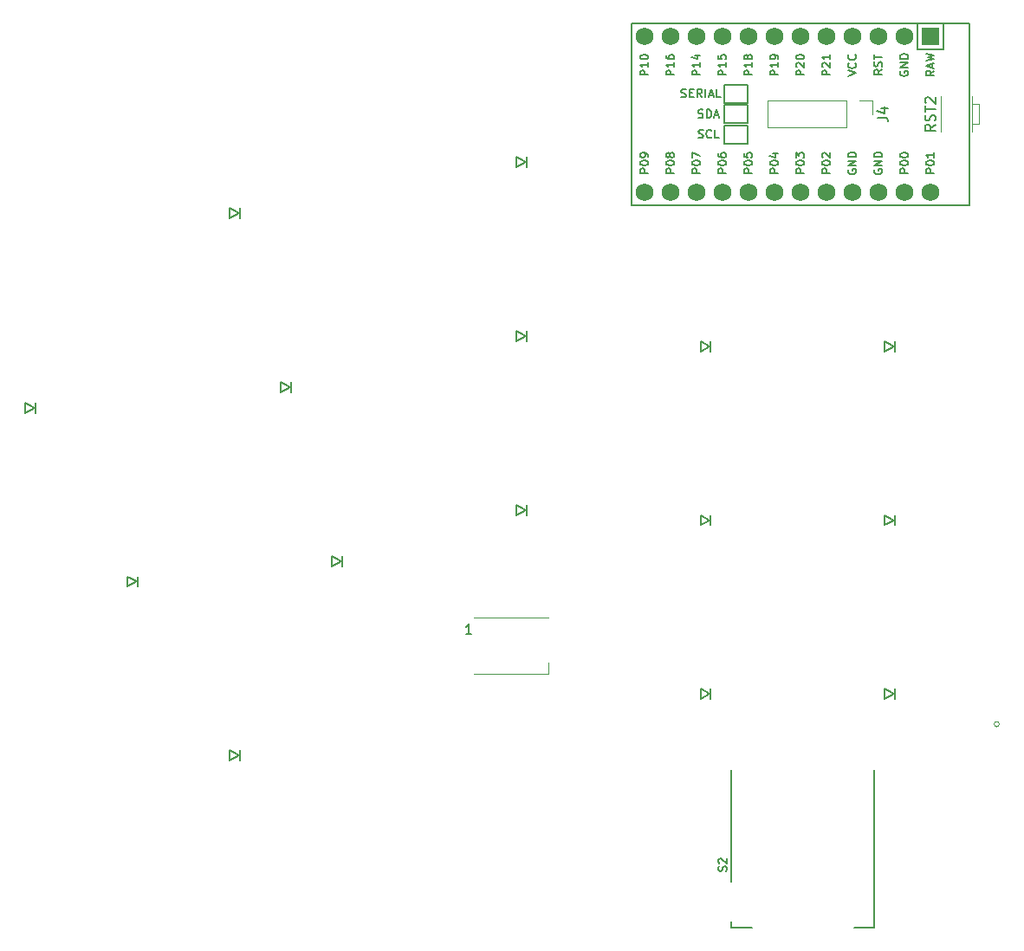
<source format=gbr>
%TF.GenerationSoftware,KiCad,Pcbnew,(6.0.7)*%
%TF.CreationDate,2022-09-08T03:06:03-04:00*%
%TF.ProjectId,left_main_routed,6c656674-5f6d-4616-996e-5f726f757465,v1.0.0*%
%TF.SameCoordinates,Original*%
%TF.FileFunction,Legend,Top*%
%TF.FilePolarity,Positive*%
%FSLAX46Y46*%
G04 Gerber Fmt 4.6, Leading zero omitted, Abs format (unit mm)*
G04 Created by KiCad (PCBNEW (6.0.7)) date 2022-09-08 03:06:03*
%MOMM*%
%LPD*%
G01*
G04 APERTURE LIST*
%ADD10C,0.150000*%
%ADD11C,0.200000*%
%ADD12C,0.120000*%
%ADD13R,1.752600X1.752600*%
%ADD14C,1.752600*%
G04 APERTURE END LIST*
D10*
%TO.C,DS11*%
X-53864285Y1147619D02*
X-54435714Y1147619D01*
X-54150000Y1147619D02*
X-54150000Y2147619D01*
X-54245238Y2004761D01*
X-54340476Y1909523D01*
X-54435714Y1861904D01*
%TO.C,J4*%
X-14217619Y51666666D02*
X-13503333Y51666666D01*
X-13360476Y51619047D01*
X-13265238Y51523809D01*
X-13217619Y51380952D01*
X-13217619Y51285714D01*
X-13884285Y52571428D02*
X-13217619Y52571428D01*
X-14265238Y52333333D02*
X-13550952Y52095238D01*
X-13550952Y52714285D01*
%TO.C,U2*%
X-11970000Y56190476D02*
X-12008095Y56114285D01*
X-12008095Y56000000D01*
X-11970000Y55885714D01*
X-11893809Y55809523D01*
X-11817619Y55771428D01*
X-11665238Y55733333D01*
X-11550952Y55733333D01*
X-11398571Y55771428D01*
X-11322380Y55809523D01*
X-11246190Y55885714D01*
X-11208095Y56000000D01*
X-11208095Y56076190D01*
X-11246190Y56190476D01*
X-11284285Y56228571D01*
X-11550952Y56228571D01*
X-11550952Y56076190D01*
X-11208095Y56571428D02*
X-12008095Y56571428D01*
X-11208095Y57028571D01*
X-12008095Y57028571D01*
X-11208095Y57409523D02*
X-12008095Y57409523D01*
X-12008095Y57600000D01*
X-11970000Y57714285D01*
X-11893809Y57790476D01*
X-11817619Y57828571D01*
X-11665238Y57866666D01*
X-11550952Y57866666D01*
X-11398571Y57828571D01*
X-11322380Y57790476D01*
X-11246190Y57714285D01*
X-11208095Y57600000D01*
X-11208095Y57409523D01*
X-8668095Y56247619D02*
X-9049047Y55980952D01*
X-8668095Y55790476D02*
X-9468095Y55790476D01*
X-9468095Y56095238D01*
X-9430000Y56171428D01*
X-9391904Y56209523D01*
X-9315714Y56247619D01*
X-9201428Y56247619D01*
X-9125238Y56209523D01*
X-9087142Y56171428D01*
X-9049047Y56095238D01*
X-9049047Y55790476D01*
X-8896666Y56552380D02*
X-8896666Y56933333D01*
X-8668095Y56476190D02*
X-9468095Y56742857D01*
X-8668095Y57009523D01*
X-9468095Y57200000D02*
X-8668095Y57390476D01*
X-9239523Y57542857D01*
X-8668095Y57695238D01*
X-9468095Y57885714D01*
X-8668095Y46228571D02*
X-9468095Y46228571D01*
X-9468095Y46533333D01*
X-9430000Y46609523D01*
X-9391904Y46647619D01*
X-9315714Y46685714D01*
X-9201428Y46685714D01*
X-9125238Y46647619D01*
X-9087142Y46609523D01*
X-9049047Y46533333D01*
X-9049047Y46228571D01*
X-9468095Y47180952D02*
X-9468095Y47257142D01*
X-9430000Y47333333D01*
X-9391904Y47371428D01*
X-9315714Y47409523D01*
X-9163333Y47447619D01*
X-8972857Y47447619D01*
X-8820476Y47409523D01*
X-8744285Y47371428D01*
X-8706190Y47333333D01*
X-8668095Y47257142D01*
X-8668095Y47180952D01*
X-8706190Y47104761D01*
X-8744285Y47066666D01*
X-8820476Y47028571D01*
X-8972857Y46990476D01*
X-9163333Y46990476D01*
X-9315714Y47028571D01*
X-9391904Y47066666D01*
X-9430000Y47104761D01*
X-9468095Y47180952D01*
X-8668095Y48209523D02*
X-8668095Y47752380D01*
X-8668095Y47980952D02*
X-9468095Y47980952D01*
X-9353809Y47904761D01*
X-9277619Y47828571D01*
X-9239523Y47752380D01*
X-14510000Y46590476D02*
X-14548095Y46514285D01*
X-14548095Y46400000D01*
X-14510000Y46285714D01*
X-14433809Y46209523D01*
X-14357619Y46171428D01*
X-14205238Y46133333D01*
X-14090952Y46133333D01*
X-13938571Y46171428D01*
X-13862380Y46209523D01*
X-13786190Y46285714D01*
X-13748095Y46400000D01*
X-13748095Y46476190D01*
X-13786190Y46590476D01*
X-13824285Y46628571D01*
X-14090952Y46628571D01*
X-14090952Y46476190D01*
X-13748095Y46971428D02*
X-14548095Y46971428D01*
X-13748095Y47428571D01*
X-14548095Y47428571D01*
X-13748095Y47809523D02*
X-14548095Y47809523D01*
X-14548095Y48000000D01*
X-14510000Y48114285D01*
X-14433809Y48190476D01*
X-14357619Y48228571D01*
X-14205238Y48266666D01*
X-14090952Y48266666D01*
X-13938571Y48228571D01*
X-13862380Y48190476D01*
X-13786190Y48114285D01*
X-13748095Y48000000D01*
X-13748095Y47809523D01*
X-26448095Y46228571D02*
X-27248095Y46228571D01*
X-27248095Y46533333D01*
X-27210000Y46609523D01*
X-27171904Y46647619D01*
X-27095714Y46685714D01*
X-26981428Y46685714D01*
X-26905238Y46647619D01*
X-26867142Y46609523D01*
X-26829047Y46533333D01*
X-26829047Y46228571D01*
X-27248095Y47180952D02*
X-27248095Y47257142D01*
X-27210000Y47333333D01*
X-27171904Y47371428D01*
X-27095714Y47409523D01*
X-26943333Y47447619D01*
X-26752857Y47447619D01*
X-26600476Y47409523D01*
X-26524285Y47371428D01*
X-26486190Y47333333D01*
X-26448095Y47257142D01*
X-26448095Y47180952D01*
X-26486190Y47104761D01*
X-26524285Y47066666D01*
X-26600476Y47028571D01*
X-26752857Y46990476D01*
X-26943333Y46990476D01*
X-27095714Y47028571D01*
X-27171904Y47066666D01*
X-27210000Y47104761D01*
X-27248095Y47180952D01*
X-27248095Y48171428D02*
X-27248095Y47790476D01*
X-26867142Y47752380D01*
X-26905238Y47790476D01*
X-26943333Y47866666D01*
X-26943333Y48057142D01*
X-26905238Y48133333D01*
X-26867142Y48171428D01*
X-26790952Y48209523D01*
X-26600476Y48209523D01*
X-26524285Y48171428D01*
X-26486190Y48133333D01*
X-26448095Y48057142D01*
X-26448095Y47866666D01*
X-26486190Y47790476D01*
X-26524285Y47752380D01*
X-21368095Y46228571D02*
X-22168095Y46228571D01*
X-22168095Y46533333D01*
X-22130000Y46609523D01*
X-22091904Y46647619D01*
X-22015714Y46685714D01*
X-21901428Y46685714D01*
X-21825238Y46647619D01*
X-21787142Y46609523D01*
X-21749047Y46533333D01*
X-21749047Y46228571D01*
X-22168095Y47180952D02*
X-22168095Y47257142D01*
X-22130000Y47333333D01*
X-22091904Y47371428D01*
X-22015714Y47409523D01*
X-21863333Y47447619D01*
X-21672857Y47447619D01*
X-21520476Y47409523D01*
X-21444285Y47371428D01*
X-21406190Y47333333D01*
X-21368095Y47257142D01*
X-21368095Y47180952D01*
X-21406190Y47104761D01*
X-21444285Y47066666D01*
X-21520476Y47028571D01*
X-21672857Y46990476D01*
X-21863333Y46990476D01*
X-22015714Y47028571D01*
X-22091904Y47066666D01*
X-22130000Y47104761D01*
X-22168095Y47180952D01*
X-22168095Y47714285D02*
X-22168095Y48209523D01*
X-21863333Y47942857D01*
X-21863333Y48057142D01*
X-21825238Y48133333D01*
X-21787142Y48171428D01*
X-21710952Y48209523D01*
X-21520476Y48209523D01*
X-21444285Y48171428D01*
X-21406190Y48133333D01*
X-21368095Y48057142D01*
X-21368095Y47828571D01*
X-21406190Y47752380D01*
X-21444285Y47714285D01*
X-18828095Y46228571D02*
X-19628095Y46228571D01*
X-19628095Y46533333D01*
X-19590000Y46609523D01*
X-19551904Y46647619D01*
X-19475714Y46685714D01*
X-19361428Y46685714D01*
X-19285238Y46647619D01*
X-19247142Y46609523D01*
X-19209047Y46533333D01*
X-19209047Y46228571D01*
X-19628095Y47180952D02*
X-19628095Y47257142D01*
X-19590000Y47333333D01*
X-19551904Y47371428D01*
X-19475714Y47409523D01*
X-19323333Y47447619D01*
X-19132857Y47447619D01*
X-18980476Y47409523D01*
X-18904285Y47371428D01*
X-18866190Y47333333D01*
X-18828095Y47257142D01*
X-18828095Y47180952D01*
X-18866190Y47104761D01*
X-18904285Y47066666D01*
X-18980476Y47028571D01*
X-19132857Y46990476D01*
X-19323333Y46990476D01*
X-19475714Y47028571D01*
X-19551904Y47066666D01*
X-19590000Y47104761D01*
X-19628095Y47180952D01*
X-19551904Y47752380D02*
X-19590000Y47790476D01*
X-19628095Y47866666D01*
X-19628095Y48057142D01*
X-19590000Y48133333D01*
X-19551904Y48171428D01*
X-19475714Y48209523D01*
X-19399523Y48209523D01*
X-19285238Y48171428D01*
X-18828095Y47714285D01*
X-18828095Y48209523D01*
X-31528095Y55828571D02*
X-32328095Y55828571D01*
X-32328095Y56133333D01*
X-32290000Y56209523D01*
X-32251904Y56247619D01*
X-32175714Y56285714D01*
X-32061428Y56285714D01*
X-31985238Y56247619D01*
X-31947142Y56209523D01*
X-31909047Y56133333D01*
X-31909047Y55828571D01*
X-31528095Y57047619D02*
X-31528095Y56590476D01*
X-31528095Y56819047D02*
X-32328095Y56819047D01*
X-32213809Y56742857D01*
X-32137619Y56666666D01*
X-32099523Y56590476D01*
X-32061428Y57733333D02*
X-31528095Y57733333D01*
X-32366190Y57542857D02*
X-31794761Y57352380D01*
X-31794761Y57847619D01*
X-28988095Y46228571D02*
X-29788095Y46228571D01*
X-29788095Y46533333D01*
X-29750000Y46609523D01*
X-29711904Y46647619D01*
X-29635714Y46685714D01*
X-29521428Y46685714D01*
X-29445238Y46647619D01*
X-29407142Y46609523D01*
X-29369047Y46533333D01*
X-29369047Y46228571D01*
X-29788095Y47180952D02*
X-29788095Y47257142D01*
X-29750000Y47333333D01*
X-29711904Y47371428D01*
X-29635714Y47409523D01*
X-29483333Y47447619D01*
X-29292857Y47447619D01*
X-29140476Y47409523D01*
X-29064285Y47371428D01*
X-29026190Y47333333D01*
X-28988095Y47257142D01*
X-28988095Y47180952D01*
X-29026190Y47104761D01*
X-29064285Y47066666D01*
X-29140476Y47028571D01*
X-29292857Y46990476D01*
X-29483333Y46990476D01*
X-29635714Y47028571D01*
X-29711904Y47066666D01*
X-29750000Y47104761D01*
X-29788095Y47180952D01*
X-29788095Y48133333D02*
X-29788095Y47980952D01*
X-29750000Y47904761D01*
X-29711904Y47866666D01*
X-29597619Y47790476D01*
X-29445238Y47752380D01*
X-29140476Y47752380D01*
X-29064285Y47790476D01*
X-29026190Y47828571D01*
X-28988095Y47904761D01*
X-28988095Y48057142D01*
X-29026190Y48133333D01*
X-29064285Y48171428D01*
X-29140476Y48209523D01*
X-29330952Y48209523D01*
X-29407142Y48171428D01*
X-29445238Y48133333D01*
X-29483333Y48057142D01*
X-29483333Y47904761D01*
X-29445238Y47828571D01*
X-29407142Y47790476D01*
X-29330952Y47752380D01*
X-34068095Y46228571D02*
X-34868095Y46228571D01*
X-34868095Y46533333D01*
X-34830000Y46609523D01*
X-34791904Y46647619D01*
X-34715714Y46685714D01*
X-34601428Y46685714D01*
X-34525238Y46647619D01*
X-34487142Y46609523D01*
X-34449047Y46533333D01*
X-34449047Y46228571D01*
X-34868095Y47180952D02*
X-34868095Y47257142D01*
X-34830000Y47333333D01*
X-34791904Y47371428D01*
X-34715714Y47409523D01*
X-34563333Y47447619D01*
X-34372857Y47447619D01*
X-34220476Y47409523D01*
X-34144285Y47371428D01*
X-34106190Y47333333D01*
X-34068095Y47257142D01*
X-34068095Y47180952D01*
X-34106190Y47104761D01*
X-34144285Y47066666D01*
X-34220476Y47028571D01*
X-34372857Y46990476D01*
X-34563333Y46990476D01*
X-34715714Y47028571D01*
X-34791904Y47066666D01*
X-34830000Y47104761D01*
X-34868095Y47180952D01*
X-34525238Y47904761D02*
X-34563333Y47828571D01*
X-34601428Y47790476D01*
X-34677619Y47752380D01*
X-34715714Y47752380D01*
X-34791904Y47790476D01*
X-34830000Y47828571D01*
X-34868095Y47904761D01*
X-34868095Y48057142D01*
X-34830000Y48133333D01*
X-34791904Y48171428D01*
X-34715714Y48209523D01*
X-34677619Y48209523D01*
X-34601428Y48171428D01*
X-34563333Y48133333D01*
X-34525238Y48057142D01*
X-34525238Y47904761D01*
X-34487142Y47828571D01*
X-34449047Y47790476D01*
X-34372857Y47752380D01*
X-34220476Y47752380D01*
X-34144285Y47790476D01*
X-34106190Y47828571D01*
X-34068095Y47904761D01*
X-34068095Y48057142D01*
X-34106190Y48133333D01*
X-34144285Y48171428D01*
X-34220476Y48209523D01*
X-34372857Y48209523D01*
X-34449047Y48171428D01*
X-34487142Y48133333D01*
X-34525238Y48057142D01*
X-23908095Y46228571D02*
X-24708095Y46228571D01*
X-24708095Y46533333D01*
X-24670000Y46609523D01*
X-24631904Y46647619D01*
X-24555714Y46685714D01*
X-24441428Y46685714D01*
X-24365238Y46647619D01*
X-24327142Y46609523D01*
X-24289047Y46533333D01*
X-24289047Y46228571D01*
X-24708095Y47180952D02*
X-24708095Y47257142D01*
X-24670000Y47333333D01*
X-24631904Y47371428D01*
X-24555714Y47409523D01*
X-24403333Y47447619D01*
X-24212857Y47447619D01*
X-24060476Y47409523D01*
X-23984285Y47371428D01*
X-23946190Y47333333D01*
X-23908095Y47257142D01*
X-23908095Y47180952D01*
X-23946190Y47104761D01*
X-23984285Y47066666D01*
X-24060476Y47028571D01*
X-24212857Y46990476D01*
X-24403333Y46990476D01*
X-24555714Y47028571D01*
X-24631904Y47066666D01*
X-24670000Y47104761D01*
X-24708095Y47180952D01*
X-24441428Y48133333D02*
X-23908095Y48133333D01*
X-24746190Y47942857D02*
X-24174761Y47752380D01*
X-24174761Y48247619D01*
X-31528095Y46228571D02*
X-32328095Y46228571D01*
X-32328095Y46533333D01*
X-32290000Y46609523D01*
X-32251904Y46647619D01*
X-32175714Y46685714D01*
X-32061428Y46685714D01*
X-31985238Y46647619D01*
X-31947142Y46609523D01*
X-31909047Y46533333D01*
X-31909047Y46228571D01*
X-32328095Y47180952D02*
X-32328095Y47257142D01*
X-32290000Y47333333D01*
X-32251904Y47371428D01*
X-32175714Y47409523D01*
X-32023333Y47447619D01*
X-31832857Y47447619D01*
X-31680476Y47409523D01*
X-31604285Y47371428D01*
X-31566190Y47333333D01*
X-31528095Y47257142D01*
X-31528095Y47180952D01*
X-31566190Y47104761D01*
X-31604285Y47066666D01*
X-31680476Y47028571D01*
X-31832857Y46990476D01*
X-32023333Y46990476D01*
X-32175714Y47028571D01*
X-32251904Y47066666D01*
X-32290000Y47104761D01*
X-32328095Y47180952D01*
X-32328095Y47714285D02*
X-32328095Y48247619D01*
X-31528095Y47904761D01*
X-17050000Y46590476D02*
X-17088095Y46514285D01*
X-17088095Y46400000D01*
X-17050000Y46285714D01*
X-16973809Y46209523D01*
X-16897619Y46171428D01*
X-16745238Y46133333D01*
X-16630952Y46133333D01*
X-16478571Y46171428D01*
X-16402380Y46209523D01*
X-16326190Y46285714D01*
X-16288095Y46400000D01*
X-16288095Y46476190D01*
X-16326190Y46590476D01*
X-16364285Y46628571D01*
X-16630952Y46628571D01*
X-16630952Y46476190D01*
X-16288095Y46971428D02*
X-17088095Y46971428D01*
X-16288095Y47428571D01*
X-17088095Y47428571D01*
X-16288095Y47809523D02*
X-17088095Y47809523D01*
X-17088095Y48000000D01*
X-17050000Y48114285D01*
X-16973809Y48190476D01*
X-16897619Y48228571D01*
X-16745238Y48266666D01*
X-16630952Y48266666D01*
X-16478571Y48228571D01*
X-16402380Y48190476D01*
X-16326190Y48114285D01*
X-16288095Y48000000D01*
X-16288095Y47809523D01*
X-26448095Y55828571D02*
X-27248095Y55828571D01*
X-27248095Y56133333D01*
X-27210000Y56209523D01*
X-27171904Y56247619D01*
X-27095714Y56285714D01*
X-26981428Y56285714D01*
X-26905238Y56247619D01*
X-26867142Y56209523D01*
X-26829047Y56133333D01*
X-26829047Y55828571D01*
X-26448095Y57047619D02*
X-26448095Y56590476D01*
X-26448095Y56819047D02*
X-27248095Y56819047D01*
X-27133809Y56742857D01*
X-27057619Y56666666D01*
X-27019523Y56590476D01*
X-26905238Y57504761D02*
X-26943333Y57428571D01*
X-26981428Y57390476D01*
X-27057619Y57352380D01*
X-27095714Y57352380D01*
X-27171904Y57390476D01*
X-27210000Y57428571D01*
X-27248095Y57504761D01*
X-27248095Y57657142D01*
X-27210000Y57733333D01*
X-27171904Y57771428D01*
X-27095714Y57809523D01*
X-27057619Y57809523D01*
X-26981428Y57771428D01*
X-26943333Y57733333D01*
X-26905238Y57657142D01*
X-26905238Y57504761D01*
X-26867142Y57428571D01*
X-26829047Y57390476D01*
X-26752857Y57352380D01*
X-26600476Y57352380D01*
X-26524285Y57390476D01*
X-26486190Y57428571D01*
X-26448095Y57504761D01*
X-26448095Y57657142D01*
X-26486190Y57733333D01*
X-26524285Y57771428D01*
X-26600476Y57809523D01*
X-26752857Y57809523D01*
X-26829047Y57771428D01*
X-26867142Y57733333D01*
X-26905238Y57657142D01*
X-36608095Y55828571D02*
X-37408095Y55828571D01*
X-37408095Y56133333D01*
X-37370000Y56209523D01*
X-37331904Y56247619D01*
X-37255714Y56285714D01*
X-37141428Y56285714D01*
X-37065238Y56247619D01*
X-37027142Y56209523D01*
X-36989047Y56133333D01*
X-36989047Y55828571D01*
X-36608095Y57047619D02*
X-36608095Y56590476D01*
X-36608095Y56819047D02*
X-37408095Y56819047D01*
X-37293809Y56742857D01*
X-37217619Y56666666D01*
X-37179523Y56590476D01*
X-37408095Y57542857D02*
X-37408095Y57619047D01*
X-37370000Y57695238D01*
X-37331904Y57733333D01*
X-37255714Y57771428D01*
X-37103333Y57809523D01*
X-36912857Y57809523D01*
X-36760476Y57771428D01*
X-36684285Y57733333D01*
X-36646190Y57695238D01*
X-36608095Y57619047D01*
X-36608095Y57542857D01*
X-36646190Y57466666D01*
X-36684285Y57428571D01*
X-36760476Y57390476D01*
X-36912857Y57352380D01*
X-37103333Y57352380D01*
X-37255714Y57390476D01*
X-37331904Y57428571D01*
X-37370000Y57466666D01*
X-37408095Y57542857D01*
X-18828095Y55828571D02*
X-19628095Y55828571D01*
X-19628095Y56133333D01*
X-19590000Y56209523D01*
X-19551904Y56247619D01*
X-19475714Y56285714D01*
X-19361428Y56285714D01*
X-19285238Y56247619D01*
X-19247142Y56209523D01*
X-19209047Y56133333D01*
X-19209047Y55828571D01*
X-19551904Y56590476D02*
X-19590000Y56628571D01*
X-19628095Y56704761D01*
X-19628095Y56895238D01*
X-19590000Y56971428D01*
X-19551904Y57009523D01*
X-19475714Y57047619D01*
X-19399523Y57047619D01*
X-19285238Y57009523D01*
X-18828095Y56552380D01*
X-18828095Y57047619D01*
X-18828095Y57809523D02*
X-18828095Y57352380D01*
X-18828095Y57580952D02*
X-19628095Y57580952D01*
X-19513809Y57504761D01*
X-19437619Y57428571D01*
X-19399523Y57352380D01*
X-13748095Y56361904D02*
X-14129047Y56095238D01*
X-13748095Y55904761D02*
X-14548095Y55904761D01*
X-14548095Y56209523D01*
X-14510000Y56285714D01*
X-14471904Y56323809D01*
X-14395714Y56361904D01*
X-14281428Y56361904D01*
X-14205238Y56323809D01*
X-14167142Y56285714D01*
X-14129047Y56209523D01*
X-14129047Y55904761D01*
X-13786190Y56666666D02*
X-13748095Y56780952D01*
X-13748095Y56971428D01*
X-13786190Y57047619D01*
X-13824285Y57085714D01*
X-13900476Y57123809D01*
X-13976666Y57123809D01*
X-14052857Y57085714D01*
X-14090952Y57047619D01*
X-14129047Y56971428D01*
X-14167142Y56819047D01*
X-14205238Y56742857D01*
X-14243333Y56704761D01*
X-14319523Y56666666D01*
X-14395714Y56666666D01*
X-14471904Y56704761D01*
X-14510000Y56742857D01*
X-14548095Y56819047D01*
X-14548095Y57009523D01*
X-14510000Y57123809D01*
X-14548095Y57352380D02*
X-14548095Y57809523D01*
X-13748095Y57580952D02*
X-14548095Y57580952D01*
X-34068095Y55828571D02*
X-34868095Y55828571D01*
X-34868095Y56133333D01*
X-34830000Y56209523D01*
X-34791904Y56247619D01*
X-34715714Y56285714D01*
X-34601428Y56285714D01*
X-34525238Y56247619D01*
X-34487142Y56209523D01*
X-34449047Y56133333D01*
X-34449047Y55828571D01*
X-34068095Y57047619D02*
X-34068095Y56590476D01*
X-34068095Y56819047D02*
X-34868095Y56819047D01*
X-34753809Y56742857D01*
X-34677619Y56666666D01*
X-34639523Y56590476D01*
X-34868095Y57733333D02*
X-34868095Y57580952D01*
X-34830000Y57504761D01*
X-34791904Y57466666D01*
X-34677619Y57390476D01*
X-34525238Y57352380D01*
X-34220476Y57352380D01*
X-34144285Y57390476D01*
X-34106190Y57428571D01*
X-34068095Y57504761D01*
X-34068095Y57657142D01*
X-34106190Y57733333D01*
X-34144285Y57771428D01*
X-34220476Y57809523D01*
X-34410952Y57809523D01*
X-34487142Y57771428D01*
X-34525238Y57733333D01*
X-34563333Y57657142D01*
X-34563333Y57504761D01*
X-34525238Y57428571D01*
X-34487142Y57390476D01*
X-34410952Y57352380D01*
X-28988095Y55828571D02*
X-29788095Y55828571D01*
X-29788095Y56133333D01*
X-29750000Y56209523D01*
X-29711904Y56247619D01*
X-29635714Y56285714D01*
X-29521428Y56285714D01*
X-29445238Y56247619D01*
X-29407142Y56209523D01*
X-29369047Y56133333D01*
X-29369047Y55828571D01*
X-28988095Y57047619D02*
X-28988095Y56590476D01*
X-28988095Y56819047D02*
X-29788095Y56819047D01*
X-29673809Y56742857D01*
X-29597619Y56666666D01*
X-29559523Y56590476D01*
X-29788095Y57771428D02*
X-29788095Y57390476D01*
X-29407142Y57352380D01*
X-29445238Y57390476D01*
X-29483333Y57466666D01*
X-29483333Y57657142D01*
X-29445238Y57733333D01*
X-29407142Y57771428D01*
X-29330952Y57809523D01*
X-29140476Y57809523D01*
X-29064285Y57771428D01*
X-29026190Y57733333D01*
X-28988095Y57657142D01*
X-28988095Y57466666D01*
X-29026190Y57390476D01*
X-29064285Y57352380D01*
X-17088095Y55733333D02*
X-16288095Y56000000D01*
X-17088095Y56266666D01*
X-16364285Y56990476D02*
X-16326190Y56952380D01*
X-16288095Y56838095D01*
X-16288095Y56761904D01*
X-16326190Y56647619D01*
X-16402380Y56571428D01*
X-16478571Y56533333D01*
X-16630952Y56495238D01*
X-16745238Y56495238D01*
X-16897619Y56533333D01*
X-16973809Y56571428D01*
X-17050000Y56647619D01*
X-17088095Y56761904D01*
X-17088095Y56838095D01*
X-17050000Y56952380D01*
X-17011904Y56990476D01*
X-16364285Y57790476D02*
X-16326190Y57752380D01*
X-16288095Y57638095D01*
X-16288095Y57561904D01*
X-16326190Y57447619D01*
X-16402380Y57371428D01*
X-16478571Y57333333D01*
X-16630952Y57295238D01*
X-16745238Y57295238D01*
X-16897619Y57333333D01*
X-16973809Y57371428D01*
X-17050000Y57447619D01*
X-17088095Y57561904D01*
X-17088095Y57638095D01*
X-17050000Y57752380D01*
X-17011904Y57790476D01*
X-23908095Y55828571D02*
X-24708095Y55828571D01*
X-24708095Y56133333D01*
X-24670000Y56209523D01*
X-24631904Y56247619D01*
X-24555714Y56285714D01*
X-24441428Y56285714D01*
X-24365238Y56247619D01*
X-24327142Y56209523D01*
X-24289047Y56133333D01*
X-24289047Y55828571D01*
X-23908095Y57047619D02*
X-23908095Y56590476D01*
X-23908095Y56819047D02*
X-24708095Y56819047D01*
X-24593809Y56742857D01*
X-24517619Y56666666D01*
X-24479523Y56590476D01*
X-23908095Y57428571D02*
X-23908095Y57580952D01*
X-23946190Y57657142D01*
X-23984285Y57695238D01*
X-24098571Y57771428D01*
X-24250952Y57809523D01*
X-24555714Y57809523D01*
X-24631904Y57771428D01*
X-24670000Y57733333D01*
X-24708095Y57657142D01*
X-24708095Y57504761D01*
X-24670000Y57428571D01*
X-24631904Y57390476D01*
X-24555714Y57352380D01*
X-24365238Y57352380D01*
X-24289047Y57390476D01*
X-24250952Y57428571D01*
X-24212857Y57504761D01*
X-24212857Y57657142D01*
X-24250952Y57733333D01*
X-24289047Y57771428D01*
X-24365238Y57809523D01*
X-36608095Y46228571D02*
X-37408095Y46228571D01*
X-37408095Y46533333D01*
X-37370000Y46609523D01*
X-37331904Y46647619D01*
X-37255714Y46685714D01*
X-37141428Y46685714D01*
X-37065238Y46647619D01*
X-37027142Y46609523D01*
X-36989047Y46533333D01*
X-36989047Y46228571D01*
X-37408095Y47180952D02*
X-37408095Y47257142D01*
X-37370000Y47333333D01*
X-37331904Y47371428D01*
X-37255714Y47409523D01*
X-37103333Y47447619D01*
X-36912857Y47447619D01*
X-36760476Y47409523D01*
X-36684285Y47371428D01*
X-36646190Y47333333D01*
X-36608095Y47257142D01*
X-36608095Y47180952D01*
X-36646190Y47104761D01*
X-36684285Y47066666D01*
X-36760476Y47028571D01*
X-36912857Y46990476D01*
X-37103333Y46990476D01*
X-37255714Y47028571D01*
X-37331904Y47066666D01*
X-37370000Y47104761D01*
X-37408095Y47180952D01*
X-36608095Y47828571D02*
X-36608095Y47980952D01*
X-36646190Y48057142D01*
X-36684285Y48095238D01*
X-36798571Y48171428D01*
X-36950952Y48209523D01*
X-37255714Y48209523D01*
X-37331904Y48171428D01*
X-37370000Y48133333D01*
X-37408095Y48057142D01*
X-37408095Y47904761D01*
X-37370000Y47828571D01*
X-37331904Y47790476D01*
X-37255714Y47752380D01*
X-37065238Y47752380D01*
X-36989047Y47790476D01*
X-36950952Y47828571D01*
X-36912857Y47904761D01*
X-36912857Y48057142D01*
X-36950952Y48133333D01*
X-36989047Y48171428D01*
X-37065238Y48209523D01*
X-11208095Y46228571D02*
X-12008095Y46228571D01*
X-12008095Y46533333D01*
X-11970000Y46609523D01*
X-11931904Y46647619D01*
X-11855714Y46685714D01*
X-11741428Y46685714D01*
X-11665238Y46647619D01*
X-11627142Y46609523D01*
X-11589047Y46533333D01*
X-11589047Y46228571D01*
X-12008095Y47180952D02*
X-12008095Y47257142D01*
X-11970000Y47333333D01*
X-11931904Y47371428D01*
X-11855714Y47409523D01*
X-11703333Y47447619D01*
X-11512857Y47447619D01*
X-11360476Y47409523D01*
X-11284285Y47371428D01*
X-11246190Y47333333D01*
X-11208095Y47257142D01*
X-11208095Y47180952D01*
X-11246190Y47104761D01*
X-11284285Y47066666D01*
X-11360476Y47028571D01*
X-11512857Y46990476D01*
X-11703333Y46990476D01*
X-11855714Y47028571D01*
X-11931904Y47066666D01*
X-11970000Y47104761D01*
X-12008095Y47180952D01*
X-12008095Y47942857D02*
X-12008095Y48019047D01*
X-11970000Y48095238D01*
X-11931904Y48133333D01*
X-11855714Y48171428D01*
X-11703333Y48209523D01*
X-11512857Y48209523D01*
X-11360476Y48171428D01*
X-11284285Y48133333D01*
X-11246190Y48095238D01*
X-11208095Y48019047D01*
X-11208095Y47942857D01*
X-11246190Y47866666D01*
X-11284285Y47828571D01*
X-11360476Y47790476D01*
X-11512857Y47752380D01*
X-11703333Y47752380D01*
X-11855714Y47790476D01*
X-11931904Y47828571D01*
X-11970000Y47866666D01*
X-12008095Y47942857D01*
X-21368095Y55828571D02*
X-22168095Y55828571D01*
X-22168095Y56133333D01*
X-22130000Y56209523D01*
X-22091904Y56247619D01*
X-22015714Y56285714D01*
X-21901428Y56285714D01*
X-21825238Y56247619D01*
X-21787142Y56209523D01*
X-21749047Y56133333D01*
X-21749047Y55828571D01*
X-22091904Y56590476D02*
X-22130000Y56628571D01*
X-22168095Y56704761D01*
X-22168095Y56895238D01*
X-22130000Y56971428D01*
X-22091904Y57009523D01*
X-22015714Y57047619D01*
X-21939523Y57047619D01*
X-21825238Y57009523D01*
X-21368095Y56552380D01*
X-21368095Y57047619D01*
X-22168095Y57542857D02*
X-22168095Y57619047D01*
X-22130000Y57695238D01*
X-22091904Y57733333D01*
X-22015714Y57771428D01*
X-21863333Y57809523D01*
X-21672857Y57809523D01*
X-21520476Y57771428D01*
X-21444285Y57733333D01*
X-21406190Y57695238D01*
X-21368095Y57619047D01*
X-21368095Y57542857D01*
X-21406190Y57466666D01*
X-21444285Y57428571D01*
X-21520476Y57390476D01*
X-21672857Y57352380D01*
X-21863333Y57352380D01*
X-22015714Y57390476D01*
X-22091904Y57428571D01*
X-22130000Y57466666D01*
X-22168095Y57542857D01*
%TO.C,J8*%
X-33373180Y53671009D02*
X-33257066Y53632304D01*
X-33063542Y53632304D01*
X-32986133Y53671009D01*
X-32947428Y53709714D01*
X-32908723Y53787123D01*
X-32908723Y53864533D01*
X-32947428Y53941942D01*
X-32986133Y53980647D01*
X-33063542Y54019352D01*
X-33218361Y54058057D01*
X-33295771Y54096761D01*
X-33334476Y54135466D01*
X-33373180Y54212876D01*
X-33373180Y54290285D01*
X-33334476Y54367695D01*
X-33295771Y54406400D01*
X-33218361Y54445104D01*
X-33024838Y54445104D01*
X-32908723Y54406400D01*
X-32560380Y54058057D02*
X-32289447Y54058057D01*
X-32173333Y53632304D02*
X-32560380Y53632304D01*
X-32560380Y54445104D01*
X-32173333Y54445104D01*
X-31360533Y53632304D02*
X-31631466Y54019352D01*
X-31824990Y53632304D02*
X-31824990Y54445104D01*
X-31515352Y54445104D01*
X-31437942Y54406400D01*
X-31399238Y54367695D01*
X-31360533Y54290285D01*
X-31360533Y54174171D01*
X-31399238Y54096761D01*
X-31437942Y54058057D01*
X-31515352Y54019352D01*
X-31824990Y54019352D01*
X-31012190Y53632304D02*
X-31012190Y54445104D01*
X-30663847Y53864533D02*
X-30276800Y53864533D01*
X-30741257Y53632304D02*
X-30470323Y54445104D01*
X-30199390Y53632304D01*
X-29541409Y53632304D02*
X-29928457Y53632304D01*
X-29928457Y54445104D01*
%TO.C,J9*%
X-31720971Y51671009D02*
X-31604857Y51632304D01*
X-31411333Y51632304D01*
X-31333923Y51671009D01*
X-31295219Y51709714D01*
X-31256514Y51787123D01*
X-31256514Y51864533D01*
X-31295219Y51941942D01*
X-31333923Y51980647D01*
X-31411333Y52019352D01*
X-31566152Y52058057D01*
X-31643561Y52096761D01*
X-31682266Y52135466D01*
X-31720971Y52212876D01*
X-31720971Y52290285D01*
X-31682266Y52367695D01*
X-31643561Y52406400D01*
X-31566152Y52445104D01*
X-31372628Y52445104D01*
X-31256514Y52406400D01*
X-30908171Y51632304D02*
X-30908171Y52445104D01*
X-30714647Y52445104D01*
X-30598533Y52406400D01*
X-30521123Y52328990D01*
X-30482419Y52251580D01*
X-30443714Y52096761D01*
X-30443714Y51980647D01*
X-30482419Y51825828D01*
X-30521123Y51748419D01*
X-30598533Y51671009D01*
X-30714647Y51632304D01*
X-30908171Y51632304D01*
X-30134076Y51864533D02*
X-29747028Y51864533D01*
X-30211485Y51632304D02*
X-29940552Y52445104D01*
X-29669619Y51632304D01*
%TO.C,J10*%
X-31701619Y49709009D02*
X-31585504Y49670304D01*
X-31391980Y49670304D01*
X-31314571Y49709009D01*
X-31275866Y49747714D01*
X-31237161Y49825123D01*
X-31237161Y49902533D01*
X-31275866Y49979942D01*
X-31314571Y50018647D01*
X-31391980Y50057352D01*
X-31546800Y50096057D01*
X-31624209Y50134761D01*
X-31662914Y50173466D01*
X-31701619Y50250876D01*
X-31701619Y50328285D01*
X-31662914Y50405695D01*
X-31624209Y50444400D01*
X-31546800Y50483104D01*
X-31353276Y50483104D01*
X-31237161Y50444400D01*
X-30424361Y49747714D02*
X-30463066Y49709009D01*
X-30579180Y49670304D01*
X-30656590Y49670304D01*
X-30772704Y49709009D01*
X-30850114Y49786419D01*
X-30888819Y49863828D01*
X-30927523Y50018647D01*
X-30927523Y50134761D01*
X-30888819Y50289580D01*
X-30850114Y50366990D01*
X-30772704Y50444400D01*
X-30656590Y50483104D01*
X-30579180Y50483104D01*
X-30463066Y50444400D01*
X-30424361Y50405695D01*
X-29688971Y49670304D02*
X-30076019Y49670304D01*
X-30076019Y50483104D01*
%TO.C,RST2*%
X-8547619Y50976190D02*
X-9023809Y50642857D01*
X-8547619Y50404761D02*
X-9547619Y50404761D01*
X-9547619Y50785714D01*
X-9500000Y50880952D01*
X-9452380Y50928571D01*
X-9357142Y50976190D01*
X-9214285Y50976190D01*
X-9119047Y50928571D01*
X-9071428Y50880952D01*
X-9023809Y50785714D01*
X-9023809Y50404761D01*
X-8595238Y51357142D02*
X-8547619Y51500000D01*
X-8547619Y51738095D01*
X-8595238Y51833333D01*
X-8642857Y51880952D01*
X-8738095Y51928571D01*
X-8833333Y51928571D01*
X-8928571Y51880952D01*
X-8976190Y51833333D01*
X-9023809Y51738095D01*
X-9071428Y51547619D01*
X-9119047Y51452380D01*
X-9166666Y51404761D01*
X-9261904Y51357142D01*
X-9357142Y51357142D01*
X-9452380Y51404761D01*
X-9500000Y51452380D01*
X-9547619Y51547619D01*
X-9547619Y51785714D01*
X-9500000Y51928571D01*
X-9547619Y52214285D02*
X-9547619Y52785714D01*
X-8547619Y52500000D02*
X-9547619Y52500000D01*
X-9452380Y53071428D02*
X-9500000Y53119047D01*
X-9547619Y53214285D01*
X-9547619Y53452380D01*
X-9500000Y53547619D01*
X-9452380Y53595238D01*
X-9357142Y53642857D01*
X-9261904Y53642857D01*
X-9119047Y53595238D01*
X-8547619Y53023809D01*
X-8547619Y53642857D01*
D11*
%TO.C,S2*%
X-28976190Y-22009523D02*
X-28938095Y-21895238D01*
X-28938095Y-21704761D01*
X-28976190Y-21628571D01*
X-29014285Y-21590476D01*
X-29090476Y-21552380D01*
X-29166666Y-21552380D01*
X-29242857Y-21590476D01*
X-29280952Y-21628571D01*
X-29319047Y-21704761D01*
X-29357142Y-21857142D01*
X-29395238Y-21933333D01*
X-29433333Y-21971428D01*
X-29509523Y-22009523D01*
X-29585714Y-22009523D01*
X-29661904Y-21971428D01*
X-29700000Y-21933333D01*
X-29738095Y-21857142D01*
X-29738095Y-21666666D01*
X-29700000Y-21552380D01*
X-29661904Y-21247619D02*
X-29700000Y-21209523D01*
X-29738095Y-21133333D01*
X-29738095Y-20942857D01*
X-29700000Y-20866666D01*
X-29661904Y-20828571D01*
X-29585714Y-20790476D01*
X-29509523Y-20790476D01*
X-29395238Y-20828571D01*
X-28938095Y-21285714D01*
X-28938095Y-20790476D01*
D10*
%TO.C,D19*%
X-12500000Y11800000D02*
X-12500000Y12800000D01*
X-13500000Y12800000D02*
X-12600000Y12300000D01*
X-12600000Y12300000D02*
X-13500000Y11800000D01*
X-13500000Y11800000D02*
X-13500000Y12800000D01*
%TO.C,D23*%
X-30600000Y29300000D02*
X-31500000Y28800000D01*
X-31500000Y29800000D02*
X-30600000Y29300000D01*
X-30500000Y28800000D02*
X-30500000Y29800000D01*
X-31500000Y28800000D02*
X-31500000Y29800000D01*
D12*
%TO.C,DS11*%
X-53650000Y2750000D02*
X-46350000Y2750000D01*
X-53650000Y-2750000D02*
X-46350000Y-2750000D01*
X-46350000Y-2750000D02*
X-46350000Y-1600000D01*
%TO.C,J4*%
X-17270000Y50670000D02*
X-24950000Y50670000D01*
X-17270000Y53330000D02*
X-24950000Y53330000D01*
X-24950000Y53330000D02*
X-24950000Y50670000D01*
X-14670000Y53330000D02*
X-14670000Y52000000D01*
X-16000000Y53330000D02*
X-14670000Y53330000D01*
X-17270000Y53330000D02*
X-17270000Y50670000D01*
D10*
%TO.C,U2*%
X-5220000Y60890000D02*
X-38240000Y60890000D01*
X-38240000Y43110000D02*
X-5220000Y43110000D01*
X-38240000Y60890000D02*
X-38240000Y43110000D01*
X-10300000Y58350000D02*
X-10300000Y60890000D01*
X-7760000Y58350000D02*
X-7760000Y60890000D01*
X-5220000Y43110000D02*
X-5220000Y60890000D01*
X-7760000Y58350000D02*
X-10300000Y58350000D01*
%TO.C,D30*%
X-77500000Y-10200000D02*
X-76600000Y-10700000D01*
X-76500000Y-11200000D02*
X-76500000Y-10200000D01*
X-77500000Y-11200000D02*
X-77500000Y-10200000D01*
X-76600000Y-10700000D02*
X-77500000Y-11200000D01*
%TO.C,D22*%
X-30500000Y11800000D02*
X-30500000Y12800000D01*
X-30600000Y12300000D02*
X-31500000Y11800000D01*
X-31500000Y12800000D02*
X-30600000Y12300000D01*
X-31500000Y11800000D02*
X-31500000Y12800000D01*
%TO.C,D20*%
X-13500000Y29800000D02*
X-12600000Y29300000D01*
X-12600000Y29300000D02*
X-13500000Y28800000D01*
X-13500000Y28800000D02*
X-13500000Y29800000D01*
X-12500000Y28800000D02*
X-12500000Y29800000D01*
%TO.C,D26*%
X-48600000Y47300000D02*
X-49500000Y46800000D01*
X-49500000Y47800000D02*
X-48600000Y47300000D01*
X-48500000Y46800000D02*
X-48500000Y47800000D01*
X-49500000Y46800000D02*
X-49500000Y47800000D01*
%TO.C,J8*%
X-26857000Y54889000D02*
X-26857000Y53111000D01*
X-29143000Y54889000D02*
X-26857000Y54889000D01*
X-29143000Y53111000D02*
X-29143000Y54889000D01*
X-26857000Y53111000D02*
X-29143000Y53111000D01*
%TO.C,J9*%
X-29143000Y52889000D02*
X-26857000Y52889000D01*
X-26857000Y52889000D02*
X-26857000Y51111000D01*
X-29143000Y51111000D02*
X-29143000Y52889000D01*
X-26857000Y51111000D02*
X-29143000Y51111000D01*
%TO.C,J10*%
X-29143000Y50889000D02*
X-26857000Y50889000D01*
X-29143000Y49111000D02*
X-29143000Y50889000D01*
X-26857000Y49111000D02*
X-29143000Y49111000D01*
X-26857000Y50889000D02*
X-26857000Y49111000D01*
%TO.C,D32*%
X-97500000Y22800000D02*
X-97500000Y23800000D01*
X-96500000Y22800000D02*
X-96500000Y23800000D01*
X-97500000Y23800000D02*
X-96600000Y23300000D01*
X-96600000Y23300000D02*
X-97500000Y22800000D01*
D12*
%TO.C,RST2*%
X-8050000Y50250000D02*
X-8050000Y53750000D01*
X-4300000Y51050000D02*
X-4950000Y51050000D01*
X-4950000Y52950000D02*
X-4300000Y52950000D01*
X-4300000Y52950000D02*
X-4300000Y51050000D01*
X-4950000Y53750000D02*
X-4950000Y50250000D01*
D10*
%TO.C,D25*%
X-49500000Y30800000D02*
X-48600000Y30300000D01*
X-48600000Y30300000D02*
X-49500000Y29800000D01*
X-49500000Y29800000D02*
X-49500000Y30800000D01*
X-48500000Y29800000D02*
X-48500000Y30800000D01*
D12*
%TO.C,J15*%
X-2295458Y-7642264D02*
G75*
G03*
X-2295458Y-7642264I-250000J0D01*
G01*
D10*
%TO.C,D29*%
X-77500000Y42800000D02*
X-76600000Y42300000D01*
X-76600000Y42300000D02*
X-77500000Y41800000D01*
X-76500000Y41800000D02*
X-76500000Y42800000D01*
X-77500000Y41800000D02*
X-77500000Y42800000D01*
%TO.C,D31*%
X-86500000Y5800000D02*
X-86500000Y6800000D01*
X-87500000Y5800000D02*
X-87500000Y6800000D01*
X-86600000Y6300000D02*
X-87500000Y5800000D01*
X-87500000Y6800000D02*
X-86600000Y6300000D01*
D11*
%TO.C,S2*%
X-14500000Y-27500000D02*
X-14500000Y-12100000D01*
X-28500000Y-12100000D02*
X-28500000Y-23000000D01*
X-16500000Y-27500000D02*
X-14500000Y-27500000D01*
X-28500000Y-26900000D02*
X-28500000Y-27500000D01*
X-28500000Y-27500000D02*
X-26500000Y-27500000D01*
D10*
%TO.C,D18*%
X-12500000Y-5200000D02*
X-12500000Y-4200000D01*
X-13500000Y-5200000D02*
X-13500000Y-4200000D01*
X-12600000Y-4700000D02*
X-13500000Y-5200000D01*
X-13500000Y-4200000D02*
X-12600000Y-4700000D01*
%TO.C,D21*%
X-31500000Y-5200000D02*
X-31500000Y-4200000D01*
X-30500000Y-5200000D02*
X-30500000Y-4200000D01*
X-31500000Y-4200000D02*
X-30600000Y-4700000D01*
X-30600000Y-4700000D02*
X-31500000Y-5200000D01*
%TO.C,D24*%
X-48600000Y13300000D02*
X-49500000Y12800000D01*
X-48500000Y12800000D02*
X-48500000Y13800000D01*
X-49500000Y13800000D02*
X-48600000Y13300000D01*
X-49500000Y12800000D02*
X-49500000Y13800000D01*
%TO.C,D28*%
X-72500000Y25800000D02*
X-71600000Y25300000D01*
X-72500000Y24800000D02*
X-72500000Y25800000D01*
X-71600000Y25300000D02*
X-72500000Y24800000D01*
X-71500000Y24800000D02*
X-71500000Y25800000D01*
%TO.C,D27*%
X-67500000Y8800000D02*
X-66600000Y8300000D01*
X-66500000Y7800000D02*
X-66500000Y8800000D01*
X-67500000Y7800000D02*
X-67500000Y8800000D01*
X-66600000Y8300000D02*
X-67500000Y7800000D01*
%TD*%
D13*
%TO.C,U2*%
X-9030000Y59620000D03*
D14*
X-11570000Y59620000D03*
X-14110000Y59620000D03*
X-16650000Y59620000D03*
X-19190000Y59620000D03*
X-21730000Y59620000D03*
X-24270000Y59620000D03*
X-26810000Y59620000D03*
X-29350000Y59620000D03*
X-31890000Y59620000D03*
X-34430000Y59620000D03*
X-36970000Y59620000D03*
X-9030000Y44380000D03*
X-11570000Y44380000D03*
X-14110000Y44380000D03*
X-16650000Y44380000D03*
X-19190000Y44380000D03*
X-21730000Y44380000D03*
X-24270000Y44380000D03*
X-26810000Y44380000D03*
X-29350000Y44380000D03*
X-31890000Y44380000D03*
X-34430000Y44380000D03*
X-36970000Y44380000D03*
%TD*%
M02*

</source>
